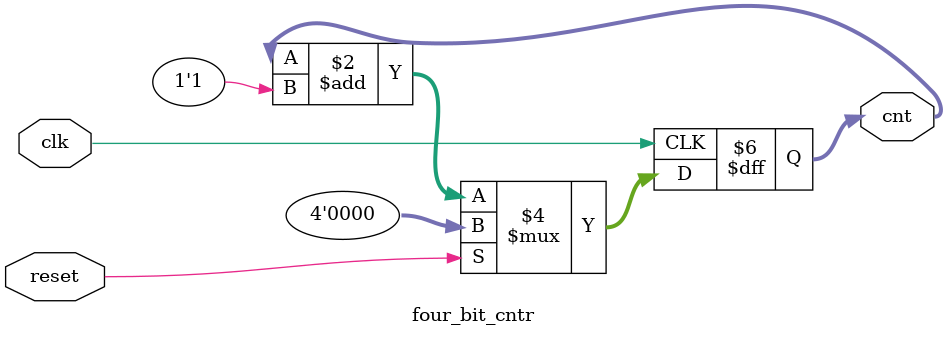
<source format=v>
module four_bit_cntr (
    input clk,
    input reset,      // Synchronous active-high reset
    output [3:0] cnt);

    always@(posedge clk)
        begin
            if(reset)
                cnt <= 4'b0;
            else
                cnt <= cnt+1'b1;
        end
endmodule
</source>
